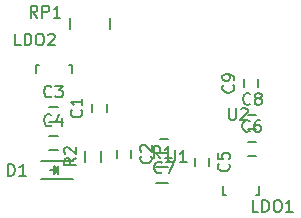
<source format=gto>
G04 #@! TF.FileFunction,Legend,Top*
%FSLAX46Y46*%
G04 Gerber Fmt 4.6, Leading zero omitted, Abs format (unit mm)*
G04 Created by KiCad (PCBNEW 4.0.0-rc1-stable) date 11/13/2015 10:57:34 PM*
%MOMM*%
G01*
G04 APERTURE LIST*
%ADD10C,0.100000*%
%ADD11C,0.150000*%
G04 APERTURE END LIST*
D10*
D11*
X133273600Y-94042800D02*
X130573600Y-94042800D01*
X133273600Y-95542800D02*
X130573600Y-95542800D01*
X131773600Y-94642800D02*
X131773600Y-94892800D01*
X131773600Y-94892800D02*
X131923600Y-94742800D01*
X132023600Y-95142800D02*
X132023600Y-94442800D01*
X131673600Y-94792800D02*
X131323600Y-94792800D01*
X132023600Y-94792800D02*
X131673600Y-95142800D01*
X131673600Y-95142800D02*
X131673600Y-94442800D01*
X131673600Y-94442800D02*
X132023600Y-94792800D01*
X146224040Y-96916240D02*
X146272300Y-96916240D01*
X149023020Y-96215200D02*
X149023020Y-96916240D01*
X149023020Y-96916240D02*
X148774100Y-96916240D01*
X146224040Y-96916240D02*
X146023380Y-96916240D01*
X146023380Y-96916240D02*
X146023380Y-96215200D01*
X132972760Y-85938360D02*
X132924500Y-85938360D01*
X130173780Y-86639400D02*
X130173780Y-85938360D01*
X130173780Y-85938360D02*
X130422700Y-85938360D01*
X132972760Y-85938360D02*
X133173420Y-85938360D01*
X133173420Y-85938360D02*
X133173420Y-86639400D01*
X133072000Y-82923000D02*
X133072000Y-81923000D01*
X136422000Y-82923000D02*
X136422000Y-81923000D01*
X134934400Y-89910400D02*
X134934400Y-89210400D01*
X136134400Y-89210400D02*
X136134400Y-89910400D01*
X138217200Y-93122000D02*
X138217200Y-93822000D01*
X137017200Y-93822000D02*
X137017200Y-93122000D01*
X131272800Y-89519200D02*
X131972800Y-89519200D01*
X131972800Y-90719200D02*
X131272800Y-90719200D01*
X131272800Y-91957600D02*
X131972800Y-91957600D01*
X131972800Y-93157600D02*
X131272800Y-93157600D01*
X144795800Y-93782400D02*
X144795800Y-94482400D01*
X143595800Y-94482400D02*
X143595800Y-93782400D01*
X148062200Y-92440200D02*
X148762200Y-92440200D01*
X148762200Y-93640200D02*
X148062200Y-93640200D01*
X141320000Y-93360800D02*
X140620000Y-93360800D01*
X140620000Y-92160800D02*
X141320000Y-92160800D01*
X148113000Y-90154200D02*
X148813000Y-90154200D01*
X148813000Y-91354200D02*
X148113000Y-91354200D01*
X147786800Y-87827600D02*
X147786800Y-87127600D01*
X148986800Y-87127600D02*
X148986800Y-87827600D01*
X141343000Y-95950400D02*
X140343000Y-95950400D01*
X140343000Y-94600400D02*
X141343000Y-94600400D01*
X135650600Y-93175200D02*
X135650600Y-94175200D01*
X134300600Y-94175200D02*
X134300600Y-93175200D01*
X127785905Y-95321381D02*
X127785905Y-94321381D01*
X128024000Y-94321381D01*
X128166858Y-94369000D01*
X128262096Y-94464238D01*
X128309715Y-94559476D01*
X128357334Y-94749952D01*
X128357334Y-94892810D01*
X128309715Y-95083286D01*
X128262096Y-95178524D01*
X128166858Y-95273762D01*
X128024000Y-95321381D01*
X127785905Y-95321381D01*
X129309715Y-95321381D02*
X128738286Y-95321381D01*
X129024000Y-95321381D02*
X129024000Y-94321381D01*
X128928762Y-94464238D01*
X128833524Y-94559476D01*
X128738286Y-94607095D01*
X148987024Y-98369381D02*
X148510833Y-98369381D01*
X148510833Y-97369381D01*
X149320357Y-98369381D02*
X149320357Y-97369381D01*
X149558452Y-97369381D01*
X149701310Y-97417000D01*
X149796548Y-97512238D01*
X149844167Y-97607476D01*
X149891786Y-97797952D01*
X149891786Y-97940810D01*
X149844167Y-98131286D01*
X149796548Y-98226524D01*
X149701310Y-98321762D01*
X149558452Y-98369381D01*
X149320357Y-98369381D01*
X150510833Y-97369381D02*
X150701310Y-97369381D01*
X150796548Y-97417000D01*
X150891786Y-97512238D01*
X150939405Y-97702714D01*
X150939405Y-98036048D01*
X150891786Y-98226524D01*
X150796548Y-98321762D01*
X150701310Y-98369381D01*
X150510833Y-98369381D01*
X150415595Y-98321762D01*
X150320357Y-98226524D01*
X150272738Y-98036048D01*
X150272738Y-97702714D01*
X150320357Y-97512238D01*
X150415595Y-97417000D01*
X150510833Y-97369381D01*
X151891786Y-98369381D02*
X151320357Y-98369381D01*
X151606071Y-98369381D02*
X151606071Y-97369381D01*
X151510833Y-97512238D01*
X151415595Y-97607476D01*
X151320357Y-97655095D01*
X128857524Y-84272381D02*
X128381333Y-84272381D01*
X128381333Y-83272381D01*
X129190857Y-84272381D02*
X129190857Y-83272381D01*
X129428952Y-83272381D01*
X129571810Y-83320000D01*
X129667048Y-83415238D01*
X129714667Y-83510476D01*
X129762286Y-83700952D01*
X129762286Y-83843810D01*
X129714667Y-84034286D01*
X129667048Y-84129524D01*
X129571810Y-84224762D01*
X129428952Y-84272381D01*
X129190857Y-84272381D01*
X130381333Y-83272381D02*
X130571810Y-83272381D01*
X130667048Y-83320000D01*
X130762286Y-83415238D01*
X130809905Y-83605714D01*
X130809905Y-83939048D01*
X130762286Y-84129524D01*
X130667048Y-84224762D01*
X130571810Y-84272381D01*
X130381333Y-84272381D01*
X130286095Y-84224762D01*
X130190857Y-84129524D01*
X130143238Y-83939048D01*
X130143238Y-83605714D01*
X130190857Y-83415238D01*
X130286095Y-83320000D01*
X130381333Y-83272381D01*
X131190857Y-83367619D02*
X131238476Y-83320000D01*
X131333714Y-83272381D01*
X131571810Y-83272381D01*
X131667048Y-83320000D01*
X131714667Y-83367619D01*
X131762286Y-83462857D01*
X131762286Y-83558095D01*
X131714667Y-83700952D01*
X131143238Y-84272381D01*
X131762286Y-84272381D01*
X130270334Y-81922881D02*
X129937000Y-81446690D01*
X129698905Y-81922881D02*
X129698905Y-80922881D01*
X130079858Y-80922881D01*
X130175096Y-80970500D01*
X130222715Y-81018119D01*
X130270334Y-81113357D01*
X130270334Y-81256214D01*
X130222715Y-81351452D01*
X130175096Y-81399071D01*
X130079858Y-81446690D01*
X129698905Y-81446690D01*
X130698905Y-81922881D02*
X130698905Y-80922881D01*
X131079858Y-80922881D01*
X131175096Y-80970500D01*
X131222715Y-81018119D01*
X131270334Y-81113357D01*
X131270334Y-81256214D01*
X131222715Y-81351452D01*
X131175096Y-81399071D01*
X131079858Y-81446690D01*
X130698905Y-81446690D01*
X132222715Y-81922881D02*
X131651286Y-81922881D01*
X131937000Y-81922881D02*
X131937000Y-80922881D01*
X131841762Y-81065738D01*
X131746524Y-81160976D01*
X131651286Y-81208595D01*
X133991543Y-89727066D02*
X134039162Y-89774685D01*
X134086781Y-89917542D01*
X134086781Y-90012780D01*
X134039162Y-90155638D01*
X133943924Y-90250876D01*
X133848686Y-90298495D01*
X133658210Y-90346114D01*
X133515352Y-90346114D01*
X133324876Y-90298495D01*
X133229638Y-90250876D01*
X133134400Y-90155638D01*
X133086781Y-90012780D01*
X133086781Y-89917542D01*
X133134400Y-89774685D01*
X133182019Y-89727066D01*
X134086781Y-88774685D02*
X134086781Y-89346114D01*
X134086781Y-89060400D02*
X133086781Y-89060400D01*
X133229638Y-89155638D01*
X133324876Y-89250876D01*
X133372495Y-89346114D01*
X139874343Y-93638666D02*
X139921962Y-93686285D01*
X139969581Y-93829142D01*
X139969581Y-93924380D01*
X139921962Y-94067238D01*
X139826724Y-94162476D01*
X139731486Y-94210095D01*
X139541010Y-94257714D01*
X139398152Y-94257714D01*
X139207676Y-94210095D01*
X139112438Y-94162476D01*
X139017200Y-94067238D01*
X138969581Y-93924380D01*
X138969581Y-93829142D01*
X139017200Y-93686285D01*
X139064819Y-93638666D01*
X139064819Y-93257714D02*
X139017200Y-93210095D01*
X138969581Y-93114857D01*
X138969581Y-92876761D01*
X139017200Y-92781523D01*
X139064819Y-92733904D01*
X139160057Y-92686285D01*
X139255295Y-92686285D01*
X139398152Y-92733904D01*
X139969581Y-93305333D01*
X139969581Y-92686285D01*
X131456134Y-88576343D02*
X131408515Y-88623962D01*
X131265658Y-88671581D01*
X131170420Y-88671581D01*
X131027562Y-88623962D01*
X130932324Y-88528724D01*
X130884705Y-88433486D01*
X130837086Y-88243010D01*
X130837086Y-88100152D01*
X130884705Y-87909676D01*
X130932324Y-87814438D01*
X131027562Y-87719200D01*
X131170420Y-87671581D01*
X131265658Y-87671581D01*
X131408515Y-87719200D01*
X131456134Y-87766819D01*
X131789467Y-87671581D02*
X132408515Y-87671581D01*
X132075181Y-88052533D01*
X132218039Y-88052533D01*
X132313277Y-88100152D01*
X132360896Y-88147771D01*
X132408515Y-88243010D01*
X132408515Y-88481105D01*
X132360896Y-88576343D01*
X132313277Y-88623962D01*
X132218039Y-88671581D01*
X131932324Y-88671581D01*
X131837086Y-88623962D01*
X131789467Y-88576343D01*
X131456134Y-91014743D02*
X131408515Y-91062362D01*
X131265658Y-91109981D01*
X131170420Y-91109981D01*
X131027562Y-91062362D01*
X130932324Y-90967124D01*
X130884705Y-90871886D01*
X130837086Y-90681410D01*
X130837086Y-90538552D01*
X130884705Y-90348076D01*
X130932324Y-90252838D01*
X131027562Y-90157600D01*
X131170420Y-90109981D01*
X131265658Y-90109981D01*
X131408515Y-90157600D01*
X131456134Y-90205219D01*
X132313277Y-90443314D02*
X132313277Y-91109981D01*
X132075181Y-90062362D02*
X131837086Y-90776648D01*
X132456134Y-90776648D01*
X146452943Y-94299066D02*
X146500562Y-94346685D01*
X146548181Y-94489542D01*
X146548181Y-94584780D01*
X146500562Y-94727638D01*
X146405324Y-94822876D01*
X146310086Y-94870495D01*
X146119610Y-94918114D01*
X145976752Y-94918114D01*
X145786276Y-94870495D01*
X145691038Y-94822876D01*
X145595800Y-94727638D01*
X145548181Y-94584780D01*
X145548181Y-94489542D01*
X145595800Y-94346685D01*
X145643419Y-94299066D01*
X145548181Y-93394304D02*
X145548181Y-93870495D01*
X146024371Y-93918114D01*
X145976752Y-93870495D01*
X145929133Y-93775257D01*
X145929133Y-93537161D01*
X145976752Y-93441923D01*
X146024371Y-93394304D01*
X146119610Y-93346685D01*
X146357705Y-93346685D01*
X146452943Y-93394304D01*
X146500562Y-93441923D01*
X146548181Y-93537161D01*
X146548181Y-93775257D01*
X146500562Y-93870495D01*
X146452943Y-93918114D01*
X148245534Y-91497343D02*
X148197915Y-91544962D01*
X148055058Y-91592581D01*
X147959820Y-91592581D01*
X147816962Y-91544962D01*
X147721724Y-91449724D01*
X147674105Y-91354486D01*
X147626486Y-91164010D01*
X147626486Y-91021152D01*
X147674105Y-90830676D01*
X147721724Y-90735438D01*
X147816962Y-90640200D01*
X147959820Y-90592581D01*
X148055058Y-90592581D01*
X148197915Y-90640200D01*
X148245534Y-90687819D01*
X149102677Y-90592581D02*
X148912200Y-90592581D01*
X148816962Y-90640200D01*
X148769343Y-90687819D01*
X148674105Y-90830676D01*
X148626486Y-91021152D01*
X148626486Y-91402105D01*
X148674105Y-91497343D01*
X148721724Y-91544962D01*
X148816962Y-91592581D01*
X149007439Y-91592581D01*
X149102677Y-91544962D01*
X149150296Y-91497343D01*
X149197915Y-91402105D01*
X149197915Y-91164010D01*
X149150296Y-91068771D01*
X149102677Y-91021152D01*
X149007439Y-90973533D01*
X148816962Y-90973533D01*
X148721724Y-91021152D01*
X148674105Y-91068771D01*
X148626486Y-91164010D01*
X140803334Y-95017943D02*
X140755715Y-95065562D01*
X140612858Y-95113181D01*
X140517620Y-95113181D01*
X140374762Y-95065562D01*
X140279524Y-94970324D01*
X140231905Y-94875086D01*
X140184286Y-94684610D01*
X140184286Y-94541752D01*
X140231905Y-94351276D01*
X140279524Y-94256038D01*
X140374762Y-94160800D01*
X140517620Y-94113181D01*
X140612858Y-94113181D01*
X140755715Y-94160800D01*
X140803334Y-94208419D01*
X141136667Y-94113181D02*
X141803334Y-94113181D01*
X141374762Y-95113181D01*
X148296334Y-89211343D02*
X148248715Y-89258962D01*
X148105858Y-89306581D01*
X148010620Y-89306581D01*
X147867762Y-89258962D01*
X147772524Y-89163724D01*
X147724905Y-89068486D01*
X147677286Y-88878010D01*
X147677286Y-88735152D01*
X147724905Y-88544676D01*
X147772524Y-88449438D01*
X147867762Y-88354200D01*
X148010620Y-88306581D01*
X148105858Y-88306581D01*
X148248715Y-88354200D01*
X148296334Y-88401819D01*
X148867762Y-88735152D02*
X148772524Y-88687533D01*
X148724905Y-88639914D01*
X148677286Y-88544676D01*
X148677286Y-88497057D01*
X148724905Y-88401819D01*
X148772524Y-88354200D01*
X148867762Y-88306581D01*
X149058239Y-88306581D01*
X149153477Y-88354200D01*
X149201096Y-88401819D01*
X149248715Y-88497057D01*
X149248715Y-88544676D01*
X149201096Y-88639914D01*
X149153477Y-88687533D01*
X149058239Y-88735152D01*
X148867762Y-88735152D01*
X148772524Y-88782771D01*
X148724905Y-88830390D01*
X148677286Y-88925629D01*
X148677286Y-89116105D01*
X148724905Y-89211343D01*
X148772524Y-89258962D01*
X148867762Y-89306581D01*
X149058239Y-89306581D01*
X149153477Y-89258962D01*
X149201096Y-89211343D01*
X149248715Y-89116105D01*
X149248715Y-88925629D01*
X149201096Y-88830390D01*
X149153477Y-88782771D01*
X149058239Y-88735152D01*
X146843943Y-87644266D02*
X146891562Y-87691885D01*
X146939181Y-87834742D01*
X146939181Y-87929980D01*
X146891562Y-88072838D01*
X146796324Y-88168076D01*
X146701086Y-88215695D01*
X146510610Y-88263314D01*
X146367752Y-88263314D01*
X146177276Y-88215695D01*
X146082038Y-88168076D01*
X145986800Y-88072838D01*
X145939181Y-87929980D01*
X145939181Y-87834742D01*
X145986800Y-87691885D01*
X146034419Y-87644266D01*
X146939181Y-87168076D02*
X146939181Y-86977600D01*
X146891562Y-86882361D01*
X146843943Y-86834742D01*
X146701086Y-86739504D01*
X146510610Y-86691885D01*
X146129657Y-86691885D01*
X146034419Y-86739504D01*
X145986800Y-86787123D01*
X145939181Y-86882361D01*
X145939181Y-87072838D01*
X145986800Y-87168076D01*
X146034419Y-87215695D01*
X146129657Y-87263314D01*
X146367752Y-87263314D01*
X146462990Y-87215695D01*
X146510610Y-87168076D01*
X146558229Y-87072838D01*
X146558229Y-86882361D01*
X146510610Y-86787123D01*
X146462990Y-86739504D01*
X146367752Y-86691885D01*
X140676334Y-93827781D02*
X140343000Y-93351590D01*
X140104905Y-93827781D02*
X140104905Y-92827781D01*
X140485858Y-92827781D01*
X140581096Y-92875400D01*
X140628715Y-92923019D01*
X140676334Y-93018257D01*
X140676334Y-93161114D01*
X140628715Y-93256352D01*
X140581096Y-93303971D01*
X140485858Y-93351590D01*
X140104905Y-93351590D01*
X141628715Y-93827781D02*
X141057286Y-93827781D01*
X141343000Y-93827781D02*
X141343000Y-92827781D01*
X141247762Y-92970638D01*
X141152524Y-93065876D01*
X141057286Y-93113495D01*
X133527981Y-93841866D02*
X133051790Y-94175200D01*
X133527981Y-94413295D02*
X132527981Y-94413295D01*
X132527981Y-94032342D01*
X132575600Y-93937104D01*
X132623219Y-93889485D01*
X132718457Y-93841866D01*
X132861314Y-93841866D01*
X132956552Y-93889485D01*
X133004171Y-93937104D01*
X133051790Y-94032342D01*
X133051790Y-94413295D01*
X132623219Y-93460914D02*
X132575600Y-93413295D01*
X132527981Y-93318057D01*
X132527981Y-93079961D01*
X132575600Y-92984723D01*
X132623219Y-92937104D01*
X132718457Y-92889485D01*
X132813695Y-92889485D01*
X132956552Y-92937104D01*
X133527981Y-93508533D01*
X133527981Y-92889485D01*
X141338095Y-93152381D02*
X141338095Y-93961905D01*
X141385714Y-94057143D01*
X141433333Y-94104762D01*
X141528571Y-94152381D01*
X141719048Y-94152381D01*
X141814286Y-94104762D01*
X141861905Y-94057143D01*
X141909524Y-93961905D01*
X141909524Y-93152381D01*
X142909524Y-94152381D02*
X142338095Y-94152381D01*
X142623809Y-94152381D02*
X142623809Y-93152381D01*
X142528571Y-93295238D01*
X142433333Y-93390476D01*
X142338095Y-93438095D01*
X146494295Y-89590181D02*
X146494295Y-90399705D01*
X146541914Y-90494943D01*
X146589533Y-90542562D01*
X146684771Y-90590181D01*
X146875248Y-90590181D01*
X146970486Y-90542562D01*
X147018105Y-90494943D01*
X147065724Y-90399705D01*
X147065724Y-89590181D01*
X147494295Y-89685419D02*
X147541914Y-89637800D01*
X147637152Y-89590181D01*
X147875248Y-89590181D01*
X147970486Y-89637800D01*
X148018105Y-89685419D01*
X148065724Y-89780657D01*
X148065724Y-89875895D01*
X148018105Y-90018752D01*
X147446676Y-90590181D01*
X148065724Y-90590181D01*
M02*

</source>
